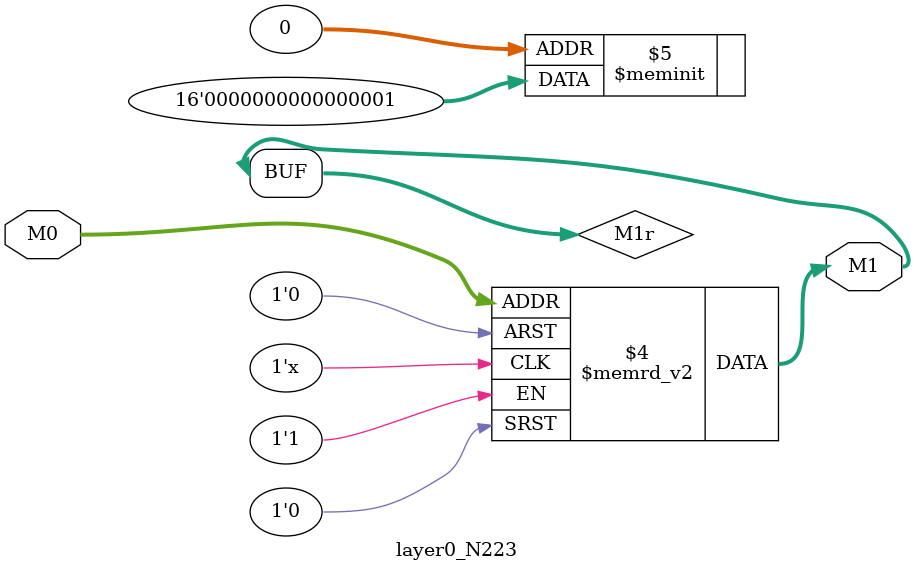
<source format=v>
module layer0_N223 ( input [2:0] M0, output [1:0] M1 );

	(*rom_style = "distributed" *) reg [1:0] M1r;
	assign M1 = M1r;
	always @ (M0) begin
		case (M0)
			3'b000: M1r = 2'b01;
			3'b100: M1r = 2'b00;
			3'b010: M1r = 2'b00;
			3'b110: M1r = 2'b00;
			3'b001: M1r = 2'b00;
			3'b101: M1r = 2'b00;
			3'b011: M1r = 2'b00;
			3'b111: M1r = 2'b00;

		endcase
	end
endmodule

</source>
